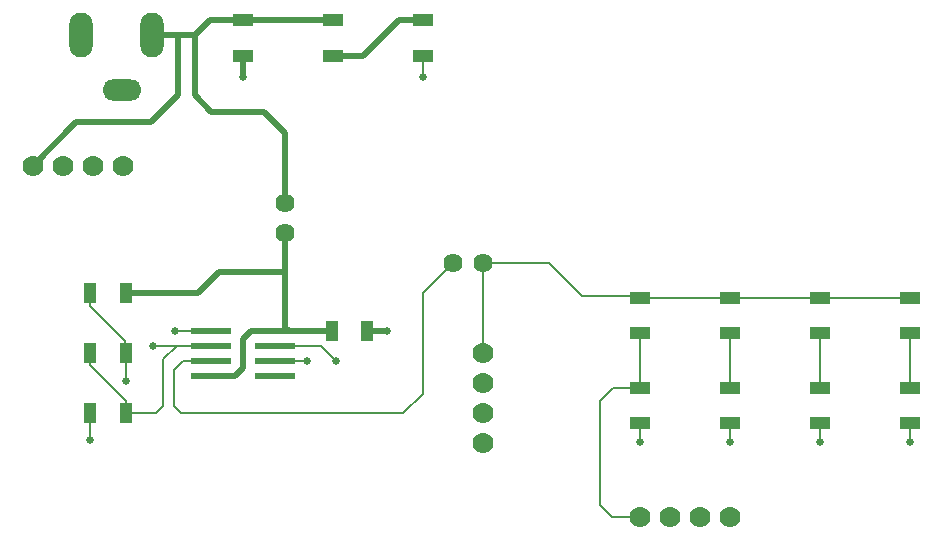
<source format=gtl>
G04*
G04 #@! TF.GenerationSoftware,Altium Limited,Altium Designer,25.2.1 (25)*
G04*
G04 Layer_Physical_Order=1*
G04 Layer_Color=255*
%FSLAX25Y25*%
%MOIN*%
G70*
G04*
G04 #@! TF.SameCoordinates,0948289B-1814-4A6B-8373-F98A4FA54AF5*
G04*
G04*
G04 #@! TF.FilePolarity,Positive*
G04*
G01*
G75*
%ADD10C,0.02000*%
%ADD15C,0.00600*%
%ADD19R,0.07100X0.04400*%
%ADD20R,0.04400X0.07100*%
%ADD21R,0.13386X0.02362*%
%ADD31C,0.07000*%
%ADD32C,0.06378*%
%ADD33O,0.12992X0.07087*%
%ADD34O,0.07874X0.14961*%
%ADD35C,0.02500*%
D10*
X34500Y147000D02*
X59500D01*
X68500Y156000D02*
Y176000D01*
X59500Y147000D02*
X68500Y156000D01*
X59622Y176000D02*
X68500D01*
X74000D01*
X90112Y65112D02*
Y74612D01*
X79370Y62500D02*
X87500D01*
X90112Y65112D01*
X20000Y132500D02*
X34500Y147000D01*
X92819Y77319D02*
X100449D01*
X90112Y74612D02*
X92819Y77319D01*
X100449D02*
X100630Y77500D01*
X104000Y97000D02*
Y110000D01*
X103819Y77500D02*
X104000Y77681D01*
X82000Y97000D02*
X104000D01*
Y77681D02*
Y97000D01*
X75000Y90000D02*
X82000Y97000D01*
X50900Y90000D02*
X75000D01*
X103819Y77500D02*
X105319D01*
X74000Y156000D02*
Y176000D01*
Y156000D02*
X79500Y150500D01*
X97000D01*
X104000Y143500D01*
Y120000D02*
Y143500D01*
X105319Y77500D02*
X119100D01*
X105319D02*
X105500Y77681D01*
X131400Y77500D02*
X138000D01*
X90000Y162000D02*
Y169100D01*
X141900Y180900D02*
X150000D01*
X120000Y169100D02*
X130100D01*
X141900Y180900D01*
X90000D02*
X120000D01*
X78900D02*
X90000D01*
X74000Y176000D02*
X78900Y180900D01*
D15*
X61000Y50000D02*
X63500Y52500D01*
X50900Y50000D02*
X61000D01*
X63500Y52500D02*
Y68000D01*
X67000Y52500D02*
Y64500D01*
X69500Y50000D02*
X143500D01*
X67000Y52500D02*
X69500Y50000D01*
X143500D02*
X150000Y56500D01*
X50701Y70199D02*
X50900Y70000D01*
Y60600D02*
Y70000D01*
X116000Y72500D02*
X121000Y67500D01*
X100630Y72500D02*
X116000D01*
X50701Y70199D02*
Y74098D01*
X60000Y72500D02*
X68000D01*
X100630Y67500D02*
X111500D01*
X150000Y56500D02*
Y90000D01*
X160000Y100000D01*
X63500Y68000D02*
X68000Y72500D01*
X67000Y64500D02*
X70000Y67500D01*
X79370D01*
X68000Y72500D02*
X79370D01*
X50900Y50000D02*
Y54100D01*
X39099Y65901D02*
X50900Y54100D01*
X39099Y65901D02*
Y69099D01*
X39100Y69100D01*
Y85700D02*
X50701Y74098D01*
X39100Y85700D02*
Y90000D01*
Y69100D02*
Y70000D01*
X39000Y41000D02*
Y50000D01*
X39100D01*
X209000Y19500D02*
Y54000D01*
X213000Y15500D02*
X222500D01*
X209000Y19500D02*
X213000Y15500D01*
X209000Y54000D02*
X213400Y58400D01*
X222500D01*
X170000Y70000D02*
Y100000D01*
X192000D01*
X203000Y89000D02*
X221900D01*
X192000Y100000D02*
X203000Y89000D01*
X221900D02*
X222500Y88400D01*
X282500D02*
X312500D01*
X252500D02*
X282500D01*
X222500D02*
X252500D01*
X312500Y58400D02*
Y76600D01*
X282500Y58400D02*
Y76600D01*
X252500Y58400D02*
Y76600D01*
X222500Y58400D02*
Y76600D01*
X67500Y77500D02*
X79370D01*
X150000Y162000D02*
Y169100D01*
X222500Y40500D02*
Y46600D01*
X252500Y40500D02*
Y46600D01*
X282500Y40500D02*
Y46600D01*
X312500Y40500D02*
Y46600D01*
D19*
Y88400D02*
D03*
Y76600D02*
D03*
X282500Y88400D02*
D03*
Y76600D02*
D03*
X252500Y88400D02*
D03*
Y76600D02*
D03*
X222500Y88400D02*
D03*
Y76600D02*
D03*
X120000Y180900D02*
D03*
Y169100D02*
D03*
X312500Y46600D02*
D03*
Y58400D02*
D03*
X282500Y46600D02*
D03*
Y58400D02*
D03*
X252500Y46600D02*
D03*
Y58400D02*
D03*
X222500Y46600D02*
D03*
Y58400D02*
D03*
X90000Y169100D02*
D03*
Y180900D02*
D03*
X150000D02*
D03*
Y169100D02*
D03*
D20*
X119600Y77500D02*
D03*
X131400D02*
D03*
X39100Y50000D02*
D03*
X50900D02*
D03*
X39100Y70000D02*
D03*
X50900D02*
D03*
X39100Y90000D02*
D03*
X50900D02*
D03*
D21*
X79370Y77500D02*
D03*
Y72500D02*
D03*
Y67500D02*
D03*
Y62500D02*
D03*
X100630D02*
D03*
Y67500D02*
D03*
Y72500D02*
D03*
Y77500D02*
D03*
D31*
X40000Y132500D02*
D03*
X50000D02*
D03*
X20000D02*
D03*
X30000D02*
D03*
X242500Y15500D02*
D03*
X252500D02*
D03*
X222500D02*
D03*
X232500D02*
D03*
X170000Y60000D02*
D03*
Y70000D02*
D03*
Y40000D02*
D03*
Y50000D02*
D03*
D32*
X104000Y110000D02*
D03*
Y120000D02*
D03*
X170000Y100000D02*
D03*
X160000D02*
D03*
D33*
X49779Y157693D02*
D03*
D34*
X36000Y176000D02*
D03*
X59622D02*
D03*
D35*
X50900Y60600D02*
D03*
X121000Y67500D02*
D03*
X60000Y72500D02*
D03*
X111500Y67500D02*
D03*
X138000Y77500D02*
D03*
X90000Y162000D02*
D03*
X39000Y41000D02*
D03*
X150000Y162000D02*
D03*
X67500Y77500D02*
D03*
X312500Y40500D02*
D03*
X282500D02*
D03*
X252500D02*
D03*
X222500D02*
D03*
M02*

</source>
